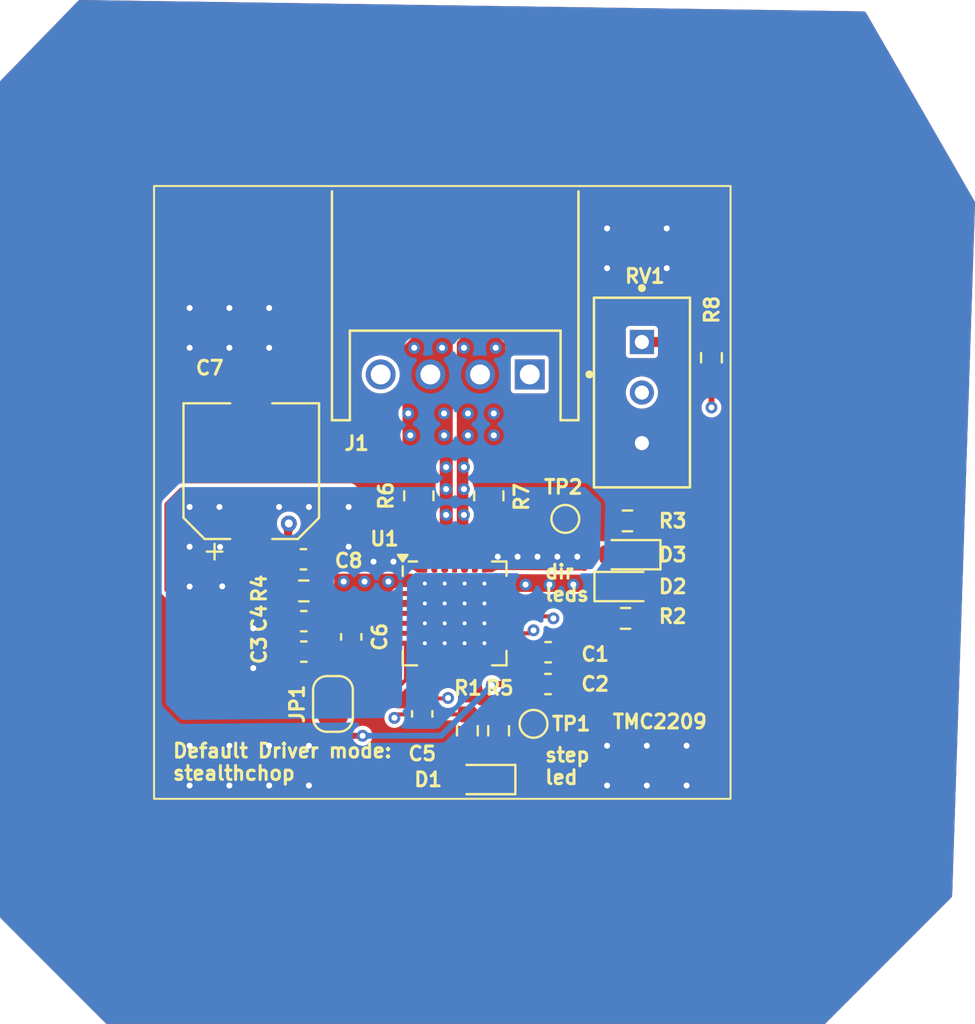
<source format=kicad_pcb>
(kicad_pcb (version 20241229) (generator "pcbnew") (generator_version "9.0")
  (layers (0 "F.Cu" signal) (4 "In1.Cu" signal) (6 "In2.Cu" signal) (2 "B.Cu" signal) (13 "F.Paste" user) (15 "B.Paste" user) (5 "F.SilkS" user "F.Silkscreen") (7 "B.SilkS" user "B.Silkscreen") (1 "F.Mask" user) (3 "B.Mask" user) (25 "Edge.Cuts" user))
  (net 0 "")
  (net 1 "/TMC2209/GND")
  (net 2 "/TMC2209/VCC_IO")
  (net 3 "/TMC2209/VMOTOR")
  (net 4 "Net-(U1-VCP)")
  (net 5 "/TMC2209/5VOUT")
  (net 6 "Net-(U1-CPI)")
  (net 7 "Net-(U1-CPO)")
  (net 8 "Net-(D1-A)")
  (net 9 "/TMC2209/DIR")
  (net 10 "Net-(D2-A)")
  (net 11 "Net-(D3-K)")
  (net 12 "Net-(JP1-B)")
  (net 13 "/TMC2209/STEP")
  (net 14 "Net-(U1-~{EN})")
  (net 15 "Net-(U1-BRB)")
  (net 16 "Net-(U1-BRA)")
  (net 17 "Net-(R8-Pad2)")
  (net 18 "Net-(U1-VREF)")
  (net 19 "/TMC2209/OUT2B")
  (net 20 "/TMC2209/OUT1B")
  (net 22 "/TMC2209/OUT2A")
  (net 23 "/TMC2209/STANDBY")
  (net 24 "/TMC2209/UART")
  (net 25 "/TMC2209/MS1")
  (net 26 "/TMC2209/INDEX")
  (net 27 "/TMC2209/MS2")
  (net 28 "/TMC2209/DIAG")
  (net 29 "/TMC2209/OUT1A")
  (footprint "Library:C_0603_1608Metric" (layer "F.Cu") (at 129.025 77.9)
    (property "Reference" "C2" (at 2.375 0 0) (layer "F.SilkS") (effects (font (size 0.7 0.7) (thickness 0.153))))
    (property "Value" "0.22uF")
    (fp_line (start -0.14058 -0.51) (end 0.14058 -0.51) (stroke (width 0.12)) (layer "F.SilkS"))
    (fp_line (start -0.14058 0.51) (end 0.14058 0.51) (stroke (width 0.12)) (layer "F.SilkS"))
    (pad "1" smd roundrect (at -0.775 0) (size 0.9 0.95) (layers "F.Cu" "F.Mask" "F.Paste") (net 2 "/TMC2209/VCC_IO"))
    (pad "2" smd roundrect (at 0.775 0) (size 0.9 0.95) (layers "F.Cu" "F.Mask" "F.Paste") (net 1 "/TMC2209/GND"))
  )
  (footprint "Library:TestPoint_Pad_D1.0mm" (layer "F.Cu") (at 129.9 69.6)
    (property "Reference" "TP2" (at -0.1 -1.6 0) (layer "F.SilkS") (effects (font (size 0.7 0.7) (thickness 0.153))))
    (property "Value" "DIR")
    (fp_circle (center 0 0) (end 0 0.7) (stroke (width 0.12)) (fill no) (layer "F.SilkS"))
    (pad "1" smd circle (at 0 0) (size 1 1) (layers "F.Cu" "F.Mask") (net 9 "/TMC2209/DIR"))
  )
  (footprint "Library:C_0603_1608Metric" (layer "F.Cu") (at 116.725 71.63 180)
    (property "Reference" "C8" (at -2.275 -0.07 0) (layer "F.SilkS") (effects (font (size 0.7 0.7) (thickness 0.153))))
    (property "Value" "0.22uF")
    (fp_line (start -0.14058 0.51) (end 0.14058 0.51) (stroke (width 0.12)) (layer "F.SilkS"))
    (fp_line (start -0.14058 -0.51) (end 0.14058 -0.51) (stroke (width 0.12)) (layer "F.SilkS"))
    (pad "1" smd roundrect (at -0.775 0 180) (size 0.9 0.95) (layers "F.Cu" "F.Mask" "F.Paste") (net 3 "/TMC2209/VMOTOR"))
    (pad "2" smd roundrect (at 0.775 0 180) (size 0.9 0.95) (layers "F.Cu" "F.Mask" "F.Paste") (net 1 "/TMC2209/GND"))
  )
  (footprint "Library:LED_0603_1608Metric_Pad1.05x0.95mm_HandSolder" (layer "F.Cu") (at 125.725 82.7 180)
    (property "Reference" "D1" (at 2.725 0 180) (layer "F.SilkS") (effects (font (size 0.7 0.7) (thickness 0.153))))
    (property "Value" "LED")
    (fp_line (start 0.8 -0.735) (end -1.66 -0.735) (stroke (width 0.12)) (layer "F.SilkS"))
    (fp_line (start -1.66 0.735) (end 0.8 0.735) (stroke (width 0.12)) (layer "F.SilkS"))
    (fp_line (start -1.66 -0.735) (end -1.66 0.735) (stroke (width 0.12)) (layer "F.SilkS"))
    (pad "1" smd roundrect (at -0.875 0 180) (size 1.05 0.95) (layers "F.Cu" "F.Mask" "F.Paste") (net 1 "/TMC2209/GND"))
    (pad "2" smd roundrect (at 0.875 0 180) (size 1.05 0.95) (layers "F.Cu" "F.Mask" "F.Paste") (net 8 "Net-(D1-A)"))
  )
  (footprint "Library:R_0805_2012Metric_Pad1.20x1.40mm_HandSolder" (layer "F.Cu") (at 126.05 68.44 90)
    (property "Reference" "R7" (at -0.06 1.65 90) (layer "F.SilkS") (effects (font (size 0.7 0.7) (thickness 0.153))))
    (property "Value" "0.05R")
    (fp_line (start -0.227064 -0.735) (end 0.227064 -0.735) (stroke (width 0.12)) (layer "F.SilkS"))
    (fp_line (start -0.227064 0.735) (end 0.227064 0.735) (stroke (width 0.12)) (layer "F.SilkS"))
    (pad "1" smd roundrect (at -1 0 90) (size 1.2 1.4) (layers "F.Cu" "F.Mask" "F.Paste") (roundrect_rratio 0.208333) (net 16 "Net-(U1-BRA)"))
    (pad "2" smd roundrect (at 1 0 90) (size 1.2 1.4) (layers "F.Cu" "F.Mask" "F.Paste") (roundrect_rratio 0.208333) (net 1 "/TMC2209/GND"))
  )
  (footprint "Library:R_0603_1608Metric" (layer "F.Cu") (at 133.025 69.7 180)
    (property "Reference" "R3" (at -2.275 0 0) (layer "F.SilkS") (effects (font (size 0.7 0.7) (thickness 0.153))))
    (property "Value" "4.7K")
    (fp_line (start -0.237258 0.5225) (end 0.237258 0.5225) (stroke (width 0.12)) (layer "F.SilkS"))
    (fp_line (start -0.237258 -0.5225) (end 0.237258 -0.5225) (stroke (width 0.12)) (layer "F.SilkS"))
    (pad "1" smd roundrect (at -0.825 0 180) (size 0.8 0.95) (layers "F.Cu" "F.Mask" "F.Paste") (net 11 "Net-(D3-K)"))
    (pad "2" smd roundrect (at 0.825 0 180) (size 0.8 0.95) (layers "F.Cu" "F.Mask" "F.Paste") (net 1 "/TMC2209/GND"))
  )
  (footprint "Library:R_0603_1608Metric" (layer "F.Cu") (at 116.745 73.22 180)
    (property "Reference" "R4" (at 2.245 0.12 90) (layer "F.SilkS") (effects (font (size 0.7 0.7) (thickness 0.153))))
    (property "Value" "20K")
    (fp_line (start -0.237258 0.5225) (end 0.237258 0.5225) (stroke (width 0.12)) (layer "F.SilkS"))
    (fp_line (start -0.237258 -0.5225) (end 0.237258 -0.5225) (stroke (width 0.12)) (layer "F.SilkS"))
    (pad "1" smd roundrect (at -0.825 0 180) (size 0.8 0.95) (layers "F.Cu" "F.Mask" "F.Paste") (net 14 "Net-(U1-~{EN})"))
    (pad "2" smd roundrect (at 0.825 0 180) (size 0.8 0.95) (layers "F.Cu" "F.Mask" "F.Paste") (net 1 "/TMC2209/GND"))
  )
  (footprint "Library:LED_0603_1608Metric_Pad1.05x0.95mm_HandSolder" (layer "F.Cu") (at 133.025 73)
    (property "Reference" "D2" (at 2.275 0 0) (layer "F.SilkS") (effects (font (size 0.7 0.7) (thickness 0.153))))
    (property "Value" "LED")
    (fp_line (start -1.66 -0.735) (end -1.66 0.735) (stroke (width 0.12)) (layer "F.SilkS"))
    (fp_line (start -1.66 0.735) (end 0.8 0.735) (stroke (width 0.12)) (layer "F.SilkS"))
    (fp_line (start 0.8 -0.735) (end -1.66 -0.735) (stroke (width 0.12)) (layer "F.SilkS"))
    (pad "1" smd roundrect (at -0.875 0) (size 1.05 0.95) (layers "F.Cu" "F.Mask" "F.Paste") (net 9 "/TMC2209/DIR"))
    (pad "2" smd roundrect (at 0.875 0) (size 1.05 0.95) (layers "F.Cu" "F.Mask" "F.Paste") (net 10 "Net-(D2-A)"))
  )
  (footprint "Library:CP_Elec_6.3x5.4" (layer "F.Cu") (at 114.1 67.2 90)
    (property "Reference" "C7" (at 5.19 -2.09 0) (layer "F.SilkS") (effects (font (size 0.7 0.7) (thickness 0.153))))
    (property "Value" "22uF")
    (fp_line (start 3.41 -3.41) (end 3.41 -1.06) (stroke (width 0.12)) (layer "F.SilkS"))
    (fp_line (start -2.345563 -3.41) (end 3.41 -3.41) (stroke (width 0.12)) (layer "F.SilkS"))
    (fp_line (start -3.41 -2.345563) (end -2.345563 -3.41) (stroke (width 0.12)) (layer "F.SilkS"))
    (fp_line (start -3.41 -2.345563) (end -3.41 -1.06) (stroke (width 0.12)) (layer "F.SilkS"))
    (fp_line (start -4.04375 -2.24125) (end -4.04375 -1.45375) (stroke (width 0.12)) (layer "F.SilkS"))
    (fp_line (start -4.4375 -1.8475) (end -3.65 -1.8475) (stroke (width 0.12)) (layer "F.SilkS"))
    (fp_line (start -3.41 2.345563) (end -3.41 1.06) (stroke (width 0.12)) (layer "F.SilkS"))
    (fp_line (start -3.41 2.345563) (end -2.345563 3.41) (stroke (width 0.12)) (layer "F.SilkS"))
    (fp_line (start 3.41 3.41) (end 3.41 1.06) (stroke (width 0.12)) (layer "F.SilkS"))
    (fp_line (start -2.345563 3.41) (end 3.41 3.41) (stroke (width 0.12)) (layer "F.SilkS"))
    (pad "1" smd roundrect (at -2.8 0 90) (size 3.5 1.6) (layers "F.Cu" "F.Mask" "F.Paste") (roundrect_rratio 0.15625) (net 3 "/TMC2209/VMOTOR"))
    (pad "2" smd roundrect (at 2.8 0 90) (size 3.5 1.6) (layers "F.Cu" "F.Mask" "F.Paste") (roundrect_rratio 0.15625) (net 1 "/TMC2209/GND"))
  )
  (footprint "Library:C_0603_1608Metric" (layer "F.Cu") (at 116.745 74.74)
    (property "Reference" "C4" (at -2.245 -0.14 90) (layer "F.SilkS") (effects (font (size 0.7 0.7) (thickness 0.153))))
    (property "Value" "0.22uF")
    (fp_line (start -0.14058 -0.51) (end 0.14058 -0.51) (stroke (width 0.12)) (layer "F.SilkS"))
    (fp_line (start -0.14058 0.51) (end 0.14058 0.51) (stroke (width 0.12)) (layer "F.SilkS"))
    (pad "1" smd roundrect (at -0.775 0) (size 0.9 0.95) (layers "F.Cu" "F.Mask" "F.Paste") (net 3 "/TMC2209/VMOTOR"))
    (pad "2" smd roundrect (at 0.775 0) (size 0.9 0.95) (layers "F.Cu" "F.Mask" "F.Paste") (net 1 "/TMC2209/GND"))
  )
  (footprint "Library:LED_0603_1608Metric_Pad1.05x0.95mm_HandSolder" (layer "F.Cu") (at 133.025 71.4 180)
    (property "Reference" "D3" (at -2.275 0 0) (layer "F.SilkS") (effects (font (size 0.7 0.7) (thickness 0.153))))
    (property "Value" "LED")
    (fp_line (start 0.8 -0.735) (end -1.66 -0.735) (stroke (width 0.12)) (layer "F.SilkS"))
    (fp_line (start -1.66 0.735) (end 0.8 0.735) (stroke (width 0.12)) (layer "F.SilkS"))
    (fp_line (start -1.66 -0.735) (end -1.66 0.735) (stroke (width 0.12)) (layer "F.SilkS"))
    (pad "1" smd roundrect (at -0.875 0 180) (size 1.05 0.95) (layers "F.Cu" "F.Mask" "F.Paste") (net 11 "Net-(D3-K)"))
    (pad "2" smd roundrect (at 0.875 0 180) (size 1.05 0.95) (layers "F.Cu" "F.Mask" "F.Paste") (net 9 "/TMC2209/DIR"))
  )
  (footprint "Library:VQFN-28-1EP_5x5mm_P0.5mm_EP3.7x3.7mm_ThermalVias" (layer "F.Cu") (at 124.33 74.35)
    (property "Reference" "U1" (at -3.53 -3.75 0) (layer "F.SilkS") (effects (font (size 0.7 0.7) (thickness 0.153))))
    (property "Value" "TMC2209-LA")
    (fp_line (start -2.61 -1.885) (end -2.61 -2.37) (stroke (width 0.12)) (layer "F.SilkS"))
    (fp_line (start -2.61 2.61) (end -2.61 1.885) (stroke (width 0.12)) (layer "F.SilkS"))
    (fp_line (start -1.885 -2.61) (end -2.31 -2.61) (stroke (width 0.12)) (layer "F.SilkS"))
    (fp_line (start -1.885 2.61) (end -2.61 2.61) (stroke (width 0.12)) (layer "F.SilkS"))
    (fp_line (start 1.885 -2.61) (end 2.61 -2.61) (stroke (width 0.12)) (layer "F.SilkS"))
    (fp_line (start 1.885 2.61) (end 2.61 2.61) (stroke (width 0.12)) (layer "F.SilkS"))
    (fp_line (start 2.61 -2.61) (end 2.61 -1.885) (stroke (width 0.12)) (layer "F.SilkS"))
    (fp_line (start 2.61 2.61) (end 2.61 1.885) (stroke (width 0.12)) (layer "F.SilkS"))
    (fp_poly (pts (xy -2.61 -2.61) (xy -2.85 -2.94) (xy -2.37 -2.94)) (stroke (width 0.12)) (fill yes) (layer "F.SilkS"))
    (pad "1" smd roundrect (at -2.45 -1.5) (size 0.8 0.25) (layers "F.Cu" "F.Mask" "F.Paste") (net 19 "/TMC2209/OUT2B"))
    (pad "2" smd roundrect (at -2.45 -1) (size 0.8 0.25) (layers "F.Cu" "F.Mask" "F.Paste") (net 14 "Net-(U1-~{EN})"))
    (pad "3" smd roundrect (at -2.45 -0.5) (size 0.8 0.25) (layers "F.Cu" "F.Mask" "F.Paste") (net 1 "/TMC2209/GND"))
    (pad "4" smd roundrect (at -2.45 0) (size 0.8 0.25) (layers "F.Cu" "F.Mask" "F.Paste") (net 7 "Net-(U1-CPO)"))
    (pad "5" smd roundrect (at -2.45 0.5) (size 0.8 0.25) (layers "F.Cu" "F.Mask" "F.Paste") (net 6 "Net-(U1-CPI)"))
    (pad "6" smd roundrect (at -2.45 1) (size 0.8 0.25) (layers "F.Cu" "F.Mask" "F.Paste") (net 4 "Net-(U1-VCP)"))
    (pad "7" smd roundrect (at -2.45 1.5) (size 0.8 0.25) (layers "F.Cu" "F.Mask" "F.Paste") (net 12 "Net-(JP1-B)"))
    (pad "8" smd roundrect (at -1.5 2.45) (size 0.25 0.8) (layers "F.Cu" "F.Mask" "F.Paste") (net 5 "/TMC2209/5VOUT"))
    (pad "9" smd roundrect (at -1 2.45) (size 0.25 0.8) (layers "F.Cu" "F.Mask" "F.Paste") (net 25 "/TMC2209/MS1"))
    (pad "10" smd roundrect (at -0.5 2.45) (size 0.25 0.8) (layers "F.Cu" "F.Mask" "F.Paste") (net 27 "/TMC2209/MS2"))
    (pad "11" smd roundrect (at 0 2.45) (size 0.25 0.8) (layers "F.Cu" "F.Mask" "F.Paste") (net 28 "/TMC2209/DIAG"))
    (pad "12" smd roundrect (at 0.5 2.45) (size 0.25 0.8) (layers "F.Cu" "F.Mask" "F.Paste") (net 26 "/TMC2209/INDEX"))
    (pad "13" smd roundrect (at 1 2.45) (size 0.25 0.8) (layers "F.Cu" "F.Mask" "F.Paste") (net 1 "/TMC2209/GND"))
    (pad "14" smd roundrect (at 1.5 2.45) (size 0.25 0.8) (layers "F.Cu" "F.Mask" "F.Paste") (net 24 "/TMC2209/UART"))
    (pad "15" smd roundrect (at 2.45 1.5) (size 0.8 0.25) (layers "F.Cu" "F.Mask" "F.Paste") (net 2 "/TMC2209/VCC_IO"))
    (pad "16" smd roundrect (at 2.45 1) (size 0.8 0.25) (layers "F.Cu" "F.Mask" "F.Paste") (net 13 "/TMC2209/STEP"))
    (pad "17" smd roundrect (at 2.45 0.5) (size 0.8 0.25) (layers "F.Cu" "F.Mask" "F.Paste") (net 18 "Net-(U1-VREF)"))
    (pad "18" smd roundrect (at 2.45 0) (size 0.8 0.25) (layers "F.Cu" "F.Mask" "F.Paste") (net 1 "/TMC2209/GND"))
    (pad "19" smd roundrect (at 2.45 -0.5) (size 0.8 0.25) (layers "F.Cu" "F.Mask" "F.Paste") (net 9 "/TMC2209/DIR"))
    (pad "20" smd roundrect (at 2.45 -1) (size 0.8 0.25) (layers "F.Cu" "F.Mask" "F.Paste") (net 23 "/TMC2209/STANDBY"))
    (pad "21" smd roundrect (at 2.45 -1.5) (size 0.8 0.25) (layers "F.Cu" "F.Mask" "F.Paste") (net 22 "/TMC2209/OUT2A"))
    (pad "22" smd roundrect (at 1.5 -2.45) (size 0.25 0.8) (layers "F.Cu" "F.Mask" "F.Paste") (net 3 "/TMC2209/VMOTOR"))
    (pad "23" smd roundrect (at 1 -2.45) (size 0.25 0.8) (layers "F.Cu" "F.Mask" "F.Paste") (net 16 "Net-(U1-BRA)"))
    (pad "24" smd roundrect (at 0.5 -2.45) (size 0.25 0.8) (layers "F.Cu" "F.Mask" "F.Paste") (net 29 "/TMC2209/OUT1A"))
    (pad "25" smd roundrect (at 0 -2.45) (size 0.25 0.8) (layers "F.Cu" "F.Mask" "F.Paste"))
    (pad "26" smd roundrect (at -0.5 -2.45) (size 0.25 0.8) (layers "F.Cu" "F.Mask" "F.Paste") (net 20 "/TMC2209/OUT1B"))
    (pad "27" smd roundrect (at -1 -2.45) (size 0.25 0.8) (layers "F.Cu" "F.Mask" "F.Paste") (net 15 "Net-(U1-BRB)"))
    (pad "28" smd roundrect (at -1.5 -2.45) (size 0.25 0.8) (layers "F.Cu" "F.Mask" "F.Paste") (net 3 "/TMC2209/VMOTOR"))
    (pad "29" thru_hole circle (at -1.5 -1.5) (size 0.5 0.5) (drill 0.2) (property pad_prop_heatsink) (layers "*.Cu") (net 1 "/TMC2209/GND"))
    (pad "29" thru_hole circle (at -1.5 -0.5) (size 0.5 0.5) (drill 0.2) (property pad_prop_heatsink) (layers "*.Cu") (net 1 "/TMC2209/GND"))
    (pad "29" thru_hole circle (at -1.5 0.5) (size 0.5 0.5) (drill 0.2) (property pad_prop_heatsink) (layers "*.Cu") (net 1 "/TMC2209/GND"))
    (pad "29" thru_hole circle (at -1.5 1.5) (size 0.5 0.5) (drill 0.2) (property pad_prop_heatsink) (layers "*.Cu") (net 1 "/TMC2209/GND"))
    (pad "29" thru_hole circle (at -0.5 -1.5) (size 0.5 0.5) (drill 0.2) (property pad_prop_heatsink) (layers "*.Cu") (net 1 "/TMC2209/GND"))
    (pad "29" thru_hole circle (at -0.5 -0.5) (size 0.5 0.5) (drill 0.2) (property pad_prop_heatsink) (layers "*.Cu") (net 1 "/TMC2209/GND"))
    (pad "29" thru_hole circle (at -0.5 0.5) (size 0.5 0.5) (drill 0.2) (property pad_prop_heatsink) (layers "*.Cu") (net 1 "/TMC2209/GND"))
    (pad "29" thru_hole circle (at -0.5 1.5) (size 0.5 0.5) (drill 0.2) (property pad_prop_heatsink) (layers "*.Cu") (net 1 "/TMC2209/GND"))
    (pad "29" smd rect (at 0 0) (size 3.5 3.5) (property pad_prop_heatsink) (layers "B.Cu") (net 1 "/TMC2209/GND"))
    (pad "29" smd rect (at 0 0) (size 3.7 3.7) (property pad_prop_heatsink) (layers "F.Cu" "F.Mask") (net 1 "/TMC2209/GND"))
    (pad "29" thru_hole circle (at 0.5 -1.5) (size 0.5 0.5) (drill 0.2) (property pad_prop_heatsink) (layers "*.Cu") (net 1 "/TMC2209/GND"))
    (pad "29" thru_hole circle (at 0.5 -0.5) (size 0.5 0.5) (drill 0.2) (property pad_prop_heatsink) (layers "*.Cu") (net 1 "/TMC2209/GND"))
    (pad "29" thru_hole circle (at 0.5 0.5) (size 0.5 0.5) (drill 0.2) (property pad_prop_heatsink) (layers "*.Cu") (net 1 "/TMC2209/GND"))
    (pad "29" thru_hole circle (at 0.5 1.5) (size 0.5 0.5) (drill 0.2) (property pad_prop_heatsink) (layers "*.Cu") (net 1 "/TMC2209/GND"))
    (pad "29" thru_hole circle (at 1.5 -1.5) (size 0.5 0.5) (drill 0.2) (property pad_prop_heatsink) (layers "*.Cu") (net 1 "/TMC2209/GND"))
    (pad "29" thru_hole circle (at 1.5 -0.5) (size 0.5 0.5) (drill 0.2) (property pad_prop_heatsink) (layers "*.Cu") (net 1 "/TMC2209/GND"))
    (pad "29" thru_hole circle (at 1.5 0.5) (size 0.5 0.5) (drill 0.2) (property pad_prop_heatsink) (layers "*.Cu") (net 1 "/TMC2209/GND"))
    (pad "29" thru_hole circle (at 1.5 1.5) (size 0.5 0.5) (drill 0.2) (property pad_prop_heatsink) (layers "*.Cu") (net 1 "/TMC2209/GND"))
  )
  (footprint "Library:R_0603_1608Metric" (layer "F.Cu") (at 132.925 74.6)
    (property "Reference" "R2" (at 2.375 -0.1 0) (layer "F.SilkS") (effects (font (size 0.7 0.7) (thickness 0.153))))
    (property "Value" "4.7K")
    (fp_line (start -0.237258 -0.5225) (end 0.237258 -0.5225) (stroke (width 0.12)) (layer "F.SilkS"))
    (fp_line (start -0.237258 0.5225) (end 0.237258 0.5225) (stroke (width 0.12)) (layer "F.SilkS"))
    (pad "1" smd roundrect (at -0.825 0) (size 0.8 0.95) (layers "F.Cu" "F.Mask" "F.Paste") (net 2 "/TMC2209/VCC_IO"))
    (pad "2" smd roundrect (at 0.825 0) (size 0.8 0.95) (layers "F.Cu" "F.Mask" "F.Paste") (net 10 "Net-(D2-A)"))
  )
  (footprint "Library:SolderJumper-2_P1.3mm_Open_RoundedPad1.0x1.5mm" (layer "F.Cu") (at 118.21 78.9 90)
    (property "Reference" "JP1" (at 0 -1.8 90) (layer "F.SilkS") (effects (font (size 0.7 0.7) (thickness 0.153))))
    (property "Value" "MOTOR DRIVER MODE")
    (fp_line (start -0.7 -1) (end 0.7 -1) (stroke (width 0.12)) (layer "F.SilkS"))
    (fp_line (start 1.4 -0.3) (end 1.4 0.3) (stroke (width 0.12)) (layer "F.SilkS"))
    (fp_line (start -1.4 0.3) (end -1.4 -0.3) (stroke (width 0.12)) (layer "F.SilkS"))
    (fp_line (start 0.7 1) (end -0.7 1) (stroke (width 0.12)) (layer "F.SilkS"))
    (fp_arc (start 0.7 -1) (mid 1.194975 -0.794975) (end 1.4 -0.3) (stroke (width 0.12)) (layer "F.SilkS"))
    (fp_arc (start -1.4 -0.3) (mid -1.194975 -0.794975) (end -0.7 -1) (stroke (width 0.12)) (layer "F.SilkS"))
    (fp_arc (start 1.4 0.3) (mid 1.194975 0.794975) (end 0.7 1) (stroke (width 0.12)) (layer "F.SilkS"))
    (fp_arc (start -0.7 1) (mid -1.194975 0.794975) (end -1.4 0.3) (stroke (width 0.12)) (layer "F.SilkS"))
    (pad "1" smd custom (at -0.65 0 90) (size 1 0.5) (layers "F.Cu" "F.Mask") (net 2 "/TMC2209/VCC_IO") (options (clearance outline) (anchor rect)) (primitives (gr_circle (center 0 0.25) (end 0.5 0.25) (width 0) (fill yes)) (gr_circle (center 0 -0.25) (end 0.5 -0.25) (width 0) (fill yes)) (gr_poly (pts (xy 0.5 0.75) (xy 0 0.75) (xy 0 -0.75) (xy 0.5 -0.75)) (width 0) (fill yes))))
    (pad "2" smd custom (at 0.65 0 90) (size 1 0.5) (layers "F.Cu" "F.Mask") (net 12 "Net-(JP1-B)") (options (clearance outline) (anchor rect)) (primitives (gr_circle (center 0 0.25) (end 0.5 0.25) (width 0) (fill yes)) (gr_circle (center 0 -0.25) (end 0.5 -0.25) (width 0) (fill yes)) (gr_poly (pts (xy 0 0.75) (xy -0.5 0.75) (xy -0.5 -0.75) (xy 0 -0.75)) (width 0) (fill yes))))
  )
  (footprint "Library:C_0603_1608Metric" (layer "F.Cu") (at 122.7 79.4 -90)
    (property "Reference" "C5" (at 2 0 180) (layer "F.SilkS") (effects (font (size 0.7 0.7) (thickness 0.153))))
    (property "Value" "10uF")
    (fp_line (start -0.14058 0.51) (end 0.14058 0.51) (stroke (width 0.12)) (layer "F.SilkS"))
    (fp_line (start -0.14058 -0.51) (end 0.14058 -0.51) (stroke (width 0.12)) (layer "F.SilkS"))
    (pad "1" smd roundrect (at -0.775 0 270) (size 0.9 0.95) (layers "F.Cu" "F.Mask" "F.Paste") (net 5 "/TMC2209/5VOUT"))
    (pad "2" smd roundrect (at 0.775 0 270) (size 0.9 0.95) (layers "F.Cu" "F.Mask" "F.Paste") (net 1 "/TMC2209/GND"))
  )
  (footprint "Library:C_0603_1608Metric" (layer "F.Cu") (at 129.035 76.3)
    (property "Reference" "C1" (at 2.365 0.1 0) (layer "F.SilkS") (effects (font (size 0.7 0.7) (thickness 0.153))))
    (property "Value" "10uF")
    (fp_line (start -0.14058 -0.51) (end 0.14058 -0.51) (stroke (width 0.12)) (layer "F.SilkS"))
    (fp_line (start -0.14058 0.51) (end 0.14058 0.51) (stroke (width 0.12)) (layer "F.SilkS"))
    (pad "1" smd roundrect (at -0.775 0) (size 0.9 0.95) (layers "F.Cu" "F.Mask" "F.Paste") (net 2 "/TMC2209/VCC_IO"))
    (pad "2" smd roundrect (at 0.775 0) (size 0.9 0.95) (layers "F.Cu" "F.Mask" "F.Paste") (net 1 "/TMC2209/GND"))
  )
  (footprint "Library:TRIM_3296W1103LF" (layer "F.Cu") (at 133.75 63.25 -90)
    (property "Reference" "RV1" (at -5.85 -0.15 0) (layer "F.SilkS") (effects (font (size 0.7 0.7) (thickness 0.153))))
    (property "Value" "10K")
    (fp_line (start -4.765 2.41) (end -4.765 -2.42) (stroke (width 0.127)) (layer "F.SilkS"))
    (fp_line (start 4.765 2.41) (end -4.765 2.41) (stroke (width 0.127)) (layer "F.SilkS"))
    (fp_line (start -4.765 -2.42) (end 4.765 -2.42) (stroke (width 0.127)) (layer "F.SilkS"))
    (fp_line (start 4.765 -2.42) (end 4.765 2.41) (stroke (width 0.127)) (layer "F.SilkS"))
    (fp_circle (center -5.25 0) (end -5.15 0) (stroke (width 0.2)) (fill no) (layer "F.SilkS"))
    (pad "1" thru_hole rect (at -2.54 0 270) (size 1.218 1.218) (drill 0.71) (layers "*.Cu" "*.Mask") (net 17 "Net-(R8-Pad2)"))
    (pad "2" thru_hole circle (at 0 0 270) (size 1.218 1.218) (drill 0.71) (layers "*.Cu" "*.Mask") (net 18 "Net-(U1-VREF)"))
    (pad "3" thru_hole circle (at 2.54 0 270) (size 1.218 1.218) (drill 0.71) (layers "*.Cu" "*.Mask") (net 1 "/TMC2209/GND"))
  )
  (footprint "Library:TestPoint_Pad_D1.0mm" (layer "F.Cu") (at 128.3 79.9)
    (property "Reference" "TP1" (at 1.9 0 0) (layer "F.SilkS") (effects (font (size 0.7 0.7) (thickness 0.153))))
    (property "Value" "STEP")
    (fp_circle (center 0 0) (end 0 0.7) (stroke (width 0.12)) (fill no) (layer "F.SilkS"))
    (pad "1" smd circle (at 0 0) (size 1 1) (layers "F.Cu" "F.Mask") (net 13 "/TMC2209/STEP"))
  )
  (footprint "Library:R_0603_1608Metric" (layer "F.Cu") (at 137.25 61.5 90)
    (property "Reference" "R8" (at 2.41 0.02 90) (layer "F.SilkS") (effects (font (size 0.7 0.7) (thickness 0.153))))
    (property "Value" "33K")
    (fp_line (start -0.237258 -0.5225) (end 0.237258 -0.5225) (stroke (width 0.12)) (layer "F.SilkS"))
    (fp_line (start -0.237258 0.5225) (end 0.237258 0.5225) (stroke (width 0.12)) (layer "F.SilkS"))
    (pad "1" smd roundrect (at -0.825 0 90) (size 0.8 0.95) (layers "F.Cu" "F.Mask" "F.Paste") (net 5 "/TMC2209/5VOUT"))
    (pad "2" smd roundrect (at 0.825 0 90) (size 0.8 0.95) (layers "F.Cu" "F.Mask" "F.Paste") (net 17 "Net-(R8-Pad2)"))
  )
  (footprint "Library:R_0603_1608Metric" (layer "F.Cu") (at 126.5425 80.25 -90)
    (property "Reference" "R5" (at -2.15 -0.0575 180) (layer "F.SilkS") (effects (font (size 0.7 0.7) (thickness 0.153))))
    (property "Value" "2.2K")
    (fp_line (start -0.237258 0.5225) (end 0.237258 0.5225) (stroke (width 0.12)) (layer "F.SilkS"))
    (fp_line (start -0.237258 -0.5225) (end 0.237258 -0.5225) (stroke (width 0.12)) (layer "F.SilkS"))
    (pad "1" smd roundrect (at -0.825 0 270) (size 0.8 0.95) (layers "F.Cu" "F.Mask" "F.Paste") (net 13 "/TMC2209/STEP"))
    (pad "2" smd roundrect (at 0.825 0 270) (size 0.8 0.95) (layers "F.Cu" "F.Mask" "F.Paste") (net 1 "/TMC2209/GND"))
  )
  (footprint "Library:R_0603_1608Metric" (layer "F.Cu") (at 124.9725 80.25 -90)
    (property "Reference" "R1" (at -2.15 -0.0275 180) (layer "F.SilkS") (effects (font (size 0.7 0.7) (thickness 0.153))))
    (property "Value" "20K")
    (fp_line (start -0.237258 0.5225) (end 0.237258 0.5225) (stroke (width 0.12)) (layer "F.SilkS"))
    (fp_line (start -0.237258 -0.5225) (end 0.237258 -0.5225) (stroke (width 0.12)) (layer "F.SilkS"))
    (pad "1" smd roundrect (at -0.825 0 270) (size 0.8 0.95) (layers "F.Cu" "F.Mask" "F.Paste") (net 13 "/TMC2209/STEP"))
    (pad "2" smd roundrect (at 0.825 0 270) (size 0.8 0.95) (layers "F.Cu" "F.Mask" "F.Paste") (net 8 "Net-(D1-A)"))
  )
  (footprint "Library:C_0603_1608Metric" (layer "F.Cu") (at 119.13 75.53 -90)
    (property "Reference" "C6" (at 0 -1.43 90) (layer "F.SilkS") (effects (font (size 0.7 0.7) (thickness 0.153))))
    (property "Value" "22nF")
    (fp_line (start -0.14058 0.51) (end 0.14058 0.51) (stroke (width 0.12)) (layer "F.SilkS"))
    (fp_line (start -0.14058 -0.51) (end 0.14058 -0.51) (stroke (width 0.12)) (layer "F.SilkS"))
    (pad "1" smd roundrect (at -0.775 0 270) (size 0.9 0.95) (layers "F.Cu" "F.Mask" "F.Paste") (net 7 "Net-(U1-CPO)"))
    (pad "2" smd roundrect (at 0.775 0 270) (size 0.9 0.95) (layers "F.Cu" "F.Mask" "F.Paste") (net 6 "Net-(U1-CPI)"))
  )
  (footprint "Library:C_0603_1608Metric" (layer "F.Cu") (at 116.745 76.27)
    (property "Reference" "C3" (at -2.245 -0.07 90) (layer "F.SilkS") (effects (font (size 0.7 0.7) (thickness 0.153))))
    (property "Value" "0.22uF")
    (fp_line (start -0.14058 -0.51) (end 0.14058 -0.51) (stroke (width 0.12)) (layer "F.SilkS"))
    (fp_line (start -0.14058 0.51) (end 0.14058 0.51) (stroke (width 0.12)) (layer "F.SilkS"))
    (pad "1" smd roundrect (at -0.775 0) (size 0.9 0.95) (layers "F.Cu" "F.Mask" "F.Paste") (net 3 "/TMC2209/VMOTOR"))
    (pad "2" smd roundrect (at 0.775 0) (size 0.9 0.95) (layers "F.Cu" "F.Mask" "F.Paste") (net 4 "Net-(U1-VCP)"))
  )
  (footprint "Library:R_0805_2012Metric_Pad1.20x1.40mm_HandSolder" (layer "F.Cu") (at 122.53 68.44 90)
    (property "Reference" "R6" (at 0 -1.65 90) (layer "F.SilkS") (effects (font (size 0.7 0.7) (thickness 0.153))))
    (property "Value" "0.05R")
    (fp_line (start -0.227064 -0.735) (end 0.227064 -0.735) (stroke (width 0.12)) (layer "F.SilkS"))
    (fp_line (start -0.227064 0.735) (end 0.227064 0.735) (stroke (width 0.12)) (layer "F.SilkS"))
    (pad "1" smd roundrect (at -1 0 90) (size 1.2 1.4) (layers "F.Cu" "F.Mask" "F.Paste") (roundrect_rratio 0.208333) (net 15 "Net-(U1-BRB)"))
    (pad "2" smd roundrect (at 1 0 90) (size 1.2 1.4) (layers "F.Cu" "F.Mask" "F.Paste") (roundrect_rratio 0.208333) (net 1 "/TMC2209/GND"))
  )
  (footprint "Library:JST_S4B-XH-A_LF__SN_" (layer "F.Cu") (at 124.36 56.64 180)
    (property "Reference" "J1" (at 4.96 -9.16 0) (layer "F.SilkS") (effects (font (size 0.7 0.7) (thickness 0.153))))
    (property "Value" "MOTOR CONNECTOR")
    (fp_line (start 6.2 3.5) (end 6.2 -8) (stroke (width 0.127)) (layer "F.SilkS"))
    (fp_line (start 6.2 -8) (end 5.3 -8) (stroke (width 0.127)) (layer "F.SilkS"))
    (fp_line (start 5.3 -3.5) (end -5.3 -3.5) (stroke (width 0.127)) (layer "F.SilkS"))
    (fp_line (start 5.3 -8) (end 5.3 -3.5) (stroke (width 0.127)) (layer "F.SilkS"))
    (fp_line (start -5.3 -3.5) (end -5.3 -8) (stroke (width 0.127)) (layer "F.SilkS"))
    (fp_line (start -5.3 -8) (end -6.2 -8) (stroke (width 0.127)) (layer "F.SilkS"))
    (fp_line (start -6.2 -8) (end -6.2 3.5) (stroke (width 0.127)) (layer "F.SilkS"))
    (fp_circle (center -6.75 -5.7) (end -6.65 -5.7) (stroke (width 0.2)) (fill no) (layer "F.SilkS"))
    (pad "1" thru_hole rect (at -3.75 -5.7 180) (size 1.508 1.508) (drill 1) (layers "*.Cu" "*.Mask") (net 22 "/TMC2209/OUT2A"))
    (pad "2" thru_hole circle (at -1.25 -5.7 180) (size 1.508 1.508) (drill 1) (layers "*.Cu" "*.Mask") (net 29 "/TMC2209/OUT1A"))
    (pad "3" thru_hole circle (at 1.25 -5.7 180) (size 1.508 1.508) (drill 1) (layers "*.Cu" "*.Mask") (net 20 "/TMC2209/OUT1B"))
    (pad "4" thru_hole circle (at 3.75 -5.7 180) (size 1.508 1.508) (drill 1) (layers "*.Cu" "*.Mask") (net 19 "/TMC2209/OUT2B"))
  )
  (gr_rect (start 109.21 52.87) (end 138.21 83.67) (stroke (width 0.1)) (fill no) (layer "F.SilkS"))
  (gr_text "Default Driver mode:\nstealthchop" (at 110.08 82.79 0) (layer "F.SilkS") (effects (font (size 0.7 0.7) (thickness 0.153) (bold yes)) (justify left bottom)))
  (gr_text "step \nled\n" (at 128.8 83 0) (layer "F.SilkS") (effects (font (size 0.7 0.7) (thickness 0.153) (bold yes)) (justify left bottom)))
  (gr_text "TMC2209" (at 132.2 80.2 0) (layer "F.SilkS") (effects (font (size 0.7 0.7) (thickness 0.153) (bold yes)) (justify left bottom)))
  (gr_text "dir \nleds\n" (at 128.8 73.8 0) (layer "F.SilkS") (effects (font (size 0.7 0.7) (thickness 0.153) (bold yes)) (justify left bottom)))
  (segment (start 117.52 74.74) (end 117.44 74.74) (width 0.4) (layer "F.Cu") (net 1))
  (segment (start 115.95 71.63) (end 115.95 69.87) (width 0.4) (layer "F.Cu") (net 1))
  (segment (start 117.44 74.74) (end 115.92 73.22) (width 0.4) (layer "F.Cu") (net 1))
  (segment (start 115.92 71.66) (end 115.95 71.63) (width 0.4) (layer "F.Cu") (net 1))
  (segment (start 115.92 73.22) (end 115.92 71.66) (width 0.4) (layer "F.Cu") (net 1))
  (segment (start 115.95 69.87) (end 115.99 69.83) (width 0.4) (layer "F.Cu") (net 1))
  (via (at 136 83) (size 0.6) (drill 0.3) (layers "F.Cu" "B.Cu") (net 1))
  (via (at 115 81) (size 0.6) (drill 0.3) (layers "F.Cu" "B.Cu") (net 1))
  (via (at 136 81) (size 0.6) (drill 0.3) (layers "F.Cu" "B.Cu") (net 1))
  (via (at 132 81) (size 0.6) (drill 0.3) (layers "F.Cu" "B.Cu") (net 1))
  (via (at 113 83) (size 0.6) (drill 0.3) (layers "F.Cu" "B.Cu") (net 1))
  (via (at 117 81) (size 0.6) (drill 0.3) (layers "F.Cu" "B.Cu") (net 1))
  (via (at 134 81) (size 0.6) (drill 0.3) (layers "F.Cu" "B.Cu") (net 1))
  (via (at 113 61) (size 0.6) (drill 0.3) (layers "F.Cu" "B.Cu") (net 1))
  (via (at 134 83) (size 0.6) (drill 0.3) (layers "F.Cu" "B.Cu") (net 1))
  (via (at 111 81) (size 0.6) (drill 0.3) (layers "F.Cu" "B.Cu") (net 1))
  (via (at 115 59) (size 0.6) (drill 0.3) (layers "F.Cu" "B.Cu") (net 1))
  (via (at 115 61) (size 0.6) (drill 0.3) (layers "F.Cu" "B.Cu") (net 1))
  (via (at 132 83) (size 0.6) (drill 0.3) (layers "F.Cu" "B.Cu") (net 1))
  (via (at 111 83) (size 0.6) (drill 0.3) (layers "F.Cu" "B.Cu") (net 1))
  (via (at 111 61) (size 0.6) (drill 0.3) (layers "F.Cu" "B.Cu") (net 1))
  (via (at 117 83) (size 0.6) (drill 0.3) (layers "F.Cu" "B.Cu") (net 1))
  (via (at 115 83) (size 0.6) (drill 0.3) (layers "F.Cu" "B.Cu") (net 1))
  (via (at 132 55) (size 0.6) (drill 0.3) (layers "F.Cu" "B.Cu") (net 1))
  (via (at 113 81) (size 0.6) (drill 0.3) (layers "F.Cu" "B.Cu") (net 1))
  (via (at 135 55) (size 0.6) (drill 0.3) (layers "F.Cu" "B.Cu") (net 1))
  (via (at 113 59) (size 0.6) (drill 0.3) (layers "F.Cu" "B.Cu") (net 1))
  (via (at 111 59) (size 0.6) (drill 0.3) (layers "F.Cu" "B.Cu") (net 1))
  (via (at 115.99 69.83) (size 0.8) (drill 0.4) (layers "F.Cu" "B.Cu") (net 1))
  (via (at 132 57) (size 0.6) (drill 0.3) (layers "F.Cu" "B.Cu") (net 1))
  (via (at 135 57) (size 0.6) (drill 0.3) (layers "F.Cu" "B.Cu") (net 1))
  (segment (start 131.96 75.4) (end 129.16 75.4) (width 0.3) (layer "F.Cu") (net 2))
  (segment (start 128.25 76.31) (end 128.26 76.3) (width 0.2) (layer "F.Cu") (net 2))
  (segment (start 132.1 74.6) (end 132.1 75.26) (width 0.3) (layer "F.Cu") (net 2))
  (segment (start 119.7 80.5) (end 119.16 80.5) (width 0.3) (layer "F.Cu") (net 2))
  (segment (start 126.78 75.85) (end 127.79 75.85) (width 0.2) (layer "F.Cu") (net 2))
  (segment (start 127.79 75.85) (end 128.25 76.31) (width 0.2) (layer "F.Cu") (net 2))
  (segment (start 128.25 77.9) (end 128.25 76.31) (width 0.4) (layer "F.Cu") (net 2))
  (segment (start 128.25 77.9) (end 126.25 77.9) (width 0.3) (layer "F.Cu") (net 2))
  (segment (start 126.25 77.9) (end 126.2 77.95) (width 0.4) (layer "F.Cu") (net 2))
  (segment (start 119.16 80.5) (end 118.21 79.55) (width 0.3) (layer "F.Cu") (net 2))
  (segment (start 128.21 76.25) (end 128.26 76.3) (width 0.2) (layer "F.Cu") (net 2))
  (segment (start 129.16 75.4) (end 128.25 76.31) (width 0.3) (layer "F.Cu") (net 2))
  (segment (start 132.1 75.26) (end 131.96 75.4) (width 0.3) (layer "F.Cu") (net 2))
  (via (at 119.7 80.5) (size 0.6) (drill 0.3) (layers "F.Cu" "B.Cu") (net 2))
  (via (at 126.2 77.95) (size 0.6) (drill 0.3) (layers "F.Cu" "B.Cu") (net 2))
  (segment (start 126.2 77.95) (end 123.65 80.5) (width 0.3) (layer "B.Cu") (net 2))
  (segment (start 123.65 80.5) (end 119.7 80.5) (width 0.3) (layer "B.Cu") (net 2))
  (via (at 121.25 71.75) (size 0.6) (drill 0.3) (layers "F.Cu" "B.Cu") (net 3))
  (via (at 126.5 71.5) (size 0.6) (drill 0.3) (layers "F.Cu" "B.Cu") (net 3))
  (via (at 127.5 71.5) (size 0.6) (drill 0.3) (layers "F.Cu" "B.Cu") (net 3))
  (via (at 111 71) (size 0.6) (drill 0.3) (layers "F.Cu" "B.Cu") (net 3))
  (via (at 111 73) (size 0.6) (drill 0.3) (layers "F.Cu" "B.Cu") (net 3))
  (via (at 117 69) (size 0.6) (drill 0.3) (layers "F.Cu" "B.Cu") (net 3))
  (via (at 112.64 72.99) (size 0.6) (drill 0.3) (layers "F.Cu" "B.Cu") (net 3))
  (via (at 129.5 71.5) (size 0.6) (drill 0.3) (layers "F.Cu" "B.Cu") (net 3))
  (via (at 120.25 71.75) (size 0.6) (drill 0.3) (layers "F.Cu" "B.Cu") (net 3))
  (via (at 115.5 69) (size 0.6) (drill 0.3) (layers "F.Cu" "B.Cu") (net 3))
  (via (at 114.2 75.1) (size 0.6) (drill 0.3) (layers "F.Cu" "B.Cu") (net 3))
  (via (at 119 69) (size 0.6) (drill 0.3) (layers "F.Cu" "B.Cu") (net 3))
  (via (at 130.5 71.5) (size 0.6) (drill 0.3) (layers "F.Cu" "B.Cu") (net 3))
  (via (at 111 69) (size 0.6) (drill 0.3) (layers "F.Cu" "B.Cu") (net 3))
  (via (at 112.5 69) (size 0.6) (drill 0.3) (layers "F.Cu" "B.Cu") (net 3))
  (via (at 114.2 77.1) (size 0.6) (drill 0.3) (layers "F.Cu" "B.Cu") (net 3))
  (via (at 119 71) (size 0.6) (drill 0.3) (layers "F.Cu" "B.Cu") (net 3))
  (via (at 112.53 71.01) (size 0.6) (drill 0.3) (layers "F.Cu" "B.Cu") (net 3))
  (via (at 128.5 71.5) (size 0.6) (drill 0.3) (layers "F.Cu" "B.Cu") (net 3))
  (segment (start 118.306 77.056) (end 120.754 77.056) (width 0.2) (layer "F.Cu") (net 4))
  (segment (start 121.13 75.35) (end 121.88 75.35) (width 0.2) (layer "F.Cu") (net 4))
  (segment (start 117.52 76.27) (end 118.306 77.056) (width 0.2) (layer "F.Cu") (net 4))
  (segment (start 120.96 76.85) (end 120.96 75.52) (width 0.2) (layer "F.Cu") (net 4))
  (segment (start 120.96 75.52) (end 121.13 75.35) (width 0.2) (layer "F.Cu") (net 4))
  (segment (start 120.754 77.056) (end 120.96 76.85) (width 0.2) (layer "F.Cu") (net 4))
  (segment (start 137.25 62.325) (end 137.25 64) (width 0.3) (layer "F.Cu") (net 5))
  (segment (start 123.975 78.625) (end 124 78.6) (width 0.2) (layer "F.Cu") (net 5))
  (segment (start 122.83 78.495) (end 122.7 78.625) (width 0.2) (layer "F.Cu") (net 5))
  (segment (start 122.83 76.8) (end 122.83 78.495) (width 0.2) (layer "F.Cu") (net 5))
  (segment (start 122.7 78.625) (end 123.975 78.625) (width 0.2) (layer "F.Cu") (net 5))
  (via (at 124 78.6) (size 0.6) (drill 0.3) (layers "F.Cu" "B.Cu") (net 5))
  (via (at 137.25 64) (size 0.6) (drill 0.3) (layers "F.Cu" "B.Cu") (net 5))
  (segment (start 120.39 76.2) (end 120.285 76.305) (width 0.2) (layer "F.Cu") (net 6))
  (segment (start 120.55 74.85) (end 120.39 75.01) (width 0.2) (layer "F.Cu") (net 6))
  (segment (start 121.88 74.85) (end 120.55 74.85) (width 0.2) (layer "F.Cu") (net 6))
  (segment (start 120.39 75.01) (end 120.39 76.2) (width 0.2) (layer "F.Cu") (net 6))
  (segment (start 120.285 76.305) (end 119.13 76.305) (width 0.2) (layer "F.Cu") (net 6))
  (segment (start 119.13 74.755) (end 119.535 74.35) (width 0.2) (layer "F.Cu") (net 7))
  (segment (start 119.535 74.35) (end 121.88 74.35) (width 0.2) (layer "F.Cu") (net 7))
  (segment (start 124.85 82.7) (end 124.85 81.1975) (width 0.5) (layer "F.Cu") (net 8))
  (segment (start 124.85 81.1975) (end 124.9725 81.075) (width 0.5) (layer "F.Cu") (net 8))
  (segment (start 131.32 71.24) (end 131.32 69.75) (width 0.2) (layer "F.Cu") (net 9))
  (segment (start 126.806 73.824) (end 131.826 73.824) (width 0.2) (layer "F.Cu") (net 9))
  (segment (start 131.17 69.6) (end 129.9 69.6) (width 0.2) (layer "F.Cu") (net 9))
  (segment (start 131.32 69.75) (end 131.17 69.6) (width 0.2) (layer "F.Cu") (net 9))
  (segment (start 132.15 73) (end 132.15 71.4) (width 0.3) (layer "F.Cu") (net 9))
  (segment (start 132.15 73.5) (end 132.15 73) (width 0.2) (layer "F.Cu") (net 9))
  (segment (start 131.826 73.824) (end 132.15 73.5) (width 0.2) (layer "F.Cu") (net 9))
  (segment (start 131.48 71.4) (end 131.32 71.24) (width 0.2) (layer "F.Cu") (net 9))
  (segment (start 126.78 73.85) (end 126.806 73.824) (width 0.2) (layer "F.Cu") (net 9))
  (segment (start 132.15 71.4) (end 131.48 71.4) (width 0.2) (layer "F.Cu") (net 9))
  (segment (start 133.9 74.45) (end 133.75 74.6) (width 0.4) (layer "F.Cu") (net 10))
  (segment (start 133.9 73) (end 133.9 74.45) (width 0.4) (layer "F.Cu") (net 10))
  (segment (start 133.85 69.7) (end 133.85 71.35) (width 0.4) (layer "F.Cu") (net 11))
  (segment (start 133.85 71.35) (end 133.9 71.4) (width 0.4) (layer "F.Cu") (net 11))
  (segment (start 121.88 75.85) (end 121.88 77.68) (width 0.2) (layer "F.Cu") (net 12))
  (segment (start 121.31 78.25) (end 118.21 78.25) (width 0.2) (layer "F.Cu") (net 12))
  (segment (start 121.88 77.68) (end 121.31 78.25) (width 0.2) (layer "F.Cu") (net 12))
  (segment (start 121.3 79.6) (end 121.475 79.425) (width 0.2) (layer "F.Cu") (net 13))
  (segment (start 127.0175 79.9) (end 126.5425 79.425) (width 0.5) (layer "F.Cu") (net 13))
  (segment (start 124.9725 79.425) (end 126.5425 79.425) (width 0.5) (layer "F.Cu") (net 13))
  (segment (start 128.3 79.9) (end 127.0175 79.9) (width 0.5) (layer "F.Cu") (net 13))
  (segment (start 126.78 75.35) (end 128.15 75.35) (width 0.2) (layer "F.Cu") (net 13))
  (segment (start 128.15 75.35) (end 128.3 75.2) (width 0.2) (layer "F.Cu") (net 13))
  (segment (start 121.475 79.425) (end 124.9725 79.425) (width 0.2) (layer "F.Cu") (net 13))
  (via (at 128.3 75.2) (size 0.6) (drill 0.3) (layers "F.Cu" "B.Cu") (net 13))
  (via (at 121.3 79.6) (size 0.6) (drill 0.3) (layers "F.Cu" "B.Cu") (net 13))
  (segment (start 121.464202 73.35) (end 121.214202 73.6) (width 0.2) (layer "F.Cu") (net 14))
  (segment (start 121.214202 73.6) (end 117.95 73.6) (width 0.2) (layer "F.Cu") (net 14))
  (segment (start 117.95 73.6) (end 117.57 73.22) (width 0.2) (layer "F.Cu") (net 14))
  (segment (start 121.88 73.35) (end 121.464202 73.35) (width 0.2) (layer "F.Cu") (net 14))
  (segment (start 133.75 60.71) (end 137.215 60.71) (width 0.5) (layer "F.Cu") (net 17))
  (segment (start 137.215 60.71) (end 137.25 60.675) (width 0.5) (layer "F.Cu") (net 17))
  (segment (start 127.75 74.85) (end 128.1 74.5) (width 0.2) (layer "F.Cu") (net 18))
  (segment (start 128.1 74.5) (end 129.2 74.5) (width 0.2) (layer "F.Cu") (net 18))
  (segment (start 129.2 74.5) (end 129.3 74.6) (width 0.2) (layer "F.Cu") (net 18))
  (segment (start 126.78 74.85) (end 127.75 74.85) (width 0.2) (layer "F.Cu") (net 18))
  (via (at 129.3 74.6) (size 0.6) (drill 0.3) (layers "F.Cu" "B.Cu") (net 18))
  (via (at 118.75 72.75) (size 0.6) (drill 0.3) (layers "F.Cu" "B.Cu") (net 19))
  (via (at 119.8 72.75) (size 0.6) (drill 0.3) (layers "F.Cu" "B.Cu") (net 19))
  (via (at 121 72.75) (size 0.6) (drill 0.3) (layers "F.Cu" "B.Cu") (net 19))
  (via (at 123.9 67) (size 0.6) (drill 0.3) (layers "F.Cu" "B.Cu") (net 20))
  (via (at 122.3 61) (size 0.6) (drill 0.3) (layers "F.Cu" "B.Cu") (net 20))
  (via (at 123.8 65.4) (size 0.6) (drill 0.3) (layers "F.Cu" "B.Cu") (net 20))
  (via (at 123.9 68.1) (size 0.6) (drill 0.3) (layers "F.Cu" "B.Cu") (net 20))
  (via (at 123.8 64.3) (size 0.6) (drill 0.3) (layers "F.Cu" "B.Cu") (net 20))
  (via (at 123.7 61) (size 0.6) (drill 0.3) (layers "F.Cu" "B.Cu") (net 20))
  (via (at 122.1 65.4) (size 0.6) (drill 0.3) (layers "F.Cu" "B.Cu") (net 20))
  (via (at 123.9 69.4) (size 0.6) (drill 0.3) (layers "F.Cu" "B.Cu") (net 20))
  (via (at 122 64.3) (size 0.6) (drill 0.3) (layers "F.Cu" "B.Cu") (net 20))
  (via (at 130.3 72.9) (size 0.6) (drill 0.3) (layers "F.Cu" "B.Cu") (net 22))
  (via (at 129.1 72.9) (size 0.6) (drill 0.3) (layers "F.Cu" "B.Cu") (net 22))
  (via (at 127.9 72.9) (size 0.6) (drill 0.3) (layers "F.Cu" "B.Cu") (net 22))
  (via (at 126.4 61) (size 0.6) (drill 0.3) (layers "F.Cu" "B.Cu") (net 29))
  (via (at 125 65.4) (size 0.6) (drill 0.3) (layers "F.Cu" "B.Cu") (net 29))
  (via (at 124.8 68.1) (size 0.6) (drill 0.3) (layers "F.Cu" "B.Cu") (net 29))
  (via (at 126.3 65.4) (size 0.6) (drill 0.3) (layers "F.Cu" "B.Cu") (net 29))
  (via (at 124.8 69.4) (size 0.6) (drill 0.3) (layers "F.Cu" "B.Cu") (net 29))
  (via (at 124.8 67) (size 0.6) (drill 0.3) (layers "F.Cu" "B.Cu") (net 29))
  (via (at 125 64.3) (size 0.6) (drill 0.3) (layers "F.Cu" "B.Cu") (net 29))
  (via (at 124.8 61) (size 0.6) (drill 0.3) (layers "F.Cu" "B.Cu") (net 29))
  (via (at 126.3 64.3) (size 0.6) (drill 0.3) (layers "F.Cu" "B.Cu") (net 29))
  (zone (net 15) (net_name "Net-(U1-BRB)") (layer "F.Cu") (priority 1) (connect_pads yes (clearance 0.2)) (min_thickness 0.25) (fill yes (thermal_gap 0.5) (thermal_bridge_width 0.5))
    (polygon (pts (xy 121.02 68.37) (xy 123.437706 68.37) (xy 123.537068 68.469362) (xy 123.545727 72.356565) (xy 123.48 72.43) (xy 123.15 72.43) (xy 123 72.28) (xy 123 71.23) (xy 122.91 71.14) (xy 120.99 71.14) (xy 120.92 71.07) (xy 120.92 68.47)))
  )
  (zone (net 3) (net_name "/TMC2209/VMOTOR") (layer "F.Cu") (priority 5) (connect_pads yes (clearance 0.2)) (min_thickness 0.25) (fill yes (thermal_gap 0.5) (thermal_bridge_width 0.5))
    (polygon (pts (xy 109.73 68.82) (xy 110.53 68.02) (xy 119.15 68.02) (xy 120.67 69.54) (xy 120.67 71.01) (xy 120.82 71.16) (xy 122.76 71.16) (xy 122.93 71.33) (xy 122.93 72.31) (xy 122.92 72.32) (xy 117.15 72.32) (xy 116.745 72.725) (xy 116.745 77.59) (xy 116.505 77.83) (xy 114.12 77.83) (xy 113.69 77.4) (xy 113.69 74.72) (xy 112.88 73.91) (xy 110.43 73.91) (xy 109.73 73.21)))
  )
  (zone (net 22) (net_name "/TMC2209/OUT2A") (layer "F.Cu") (priority 12) (connect_pads yes (clearance 0.2)) (min_thickness 0.25) (fill yes (thermal_gap 0.5) (thermal_bridge_width 0.5))
    (polygon (pts (xy 131 73.1) (xy 130.64344 73.265082) (xy 126.48344 73.265082) (xy 126.21344 72.995082) (xy 126.21344 72.582241) (xy 126.457266 72.370216) (xy 130.8 72.4) (xy 131 72.7)))
  )
  (zone (net 29) (net_name "/TMC2209/OUT1A") (layer "F.Cu") (priority 4) (connect_pads yes (clearance 0.2)) (min_thickness 0.25) (fill yes (thermal_gap 0.5) (thermal_bridge_width 0.5))
    (polygon (pts (xy 124.44 60.72) (xy 124.93 60.23) (xy 126.31 60.23) (xy 126.89 60.81) (xy 126.89 65.99) (xy 126.47 66.41) (xy 125.08 66.41) (xy 125.02 66.47) (xy 125.02 72.35) (xy 124.94 72.43) (xy 124.65 72.43) (xy 124.44 72.22)))
  )
  (zone (net 19) (net_name "/TMC2209/OUT2B") (layer "F.Cu") (priority 6) (connect_pads yes (clearance 0.2)) (min_thickness 0.25) (fill yes (thermal_gap 0.5) (thermal_bridge_width 0.5))
    (polygon (pts (xy 118.27 72.44) (xy 118.36 72.35) (xy 122.24 72.35) (xy 122.35 72.46) (xy 122.35 73.15) (xy 122.12 73.35) (xy 118.5 73.38) (xy 118.27 73.11)))
  )
  (zone (net 16) (net_name "Net-(U1-BRA)") (layer "F.Cu") (priority 2) (connect_pads yes (clearance 0.2)) (min_thickness 0.25) (fill yes (thermal_gap 0.5) (thermal_bridge_width 0.5))
    (polygon (pts (xy 125.64 72.32) (xy 125.49 72.47) (xy 125.16 72.47) (xy 125.04 72.35) (xy 125.04 68.8) (xy 125.45 68.39) (xy 127.71 68.39) (xy 127.9 68.58) (xy 127.9 70.39) (xy 127.56 70.73) (xy 125.75 70.73) (xy 125.64 70.84)))
  )
  (zone (net 20) (net_name "/TMC2209/OUT1B") (layer "F.Cu") (priority 3) (connect_pads yes (clearance 0.2)) (min_thickness 0.25) (fill yes (thermal_gap 0.5) (thermal_bridge_width 0.5))
    (polygon (pts (xy 123.58 72.39) (xy 123.58 66.43) (xy 123.38 66.23) (xy 122.05 66.23) (xy 121.71 65.89) (xy 121.71 60.97) (xy 122.51 60.17) (xy 123.89 60.17) (xy 124.31 60.59) (xy 124.31 72.16) (xy 124.03 72.44) (xy 123.63 72.44)))
  )
  (zone (net 3) (net_name "/TMC2209/VMOTOR") (layer "F.Cu") (priority 7) (connect_pads yes (clearance 0.2)) (min_thickness 0.25) (fill yes (thermal_gap 0.5) (thermal_bridge_width 0.5))
    (polygon (pts (xy 125.74 71.26) (xy 126.2 70.8) (xy 130.79 70.8) (xy 131.02 71.03) (xy 131.02 72.12) (xy 130.86 72.28) (xy 125.74 72.28)))
  )
  (zone (net 1) (net_name "/TMC2209/GND") (layers "F.Cu" "B.Cu" "In1.Cu" "In2.Cu") (name "TBR") (connect_pads yes (clearance 0.2)) (min_thickness 0.25) (fill yes (thermal_gap 0.5) (thermal_bridge_width 0.5))
    (polygon (pts (xy 105.434085 43.520118) (xy 144.986596 44.094424) (xy 150.510169 53.678345) (xy 149.355169 88.593345) (xy 142.945169 95.003345) (xy 106.830169 95.003345) (xy 101.460169 89.633345) (xy 101.460169 47.604677)))
  )
  (zone (net 3) (net_name "/TMC2209/VMOTOR") (layer "B.Cu") (priority 13) (connect_pads yes (clearance 0.2)) (min_thickness 0.25) (fill yes (thermal_gap 0.5) (thermal_bridge_width 0.5))
    (polygon (pts (xy 109.8 68.8) (xy 110.6 68) (xy 130.9 68) (xy 131.7 68.8) (xy 131.64 71.59) (xy 131.259039 72.130465) (xy 122.22 72.11) (xy 121.73 72.62) (xy 121.68 78.98) (xy 120.93 79.61) (xy 110.6 79.7) (xy 109.8 78.9)))
  )
)
</source>
